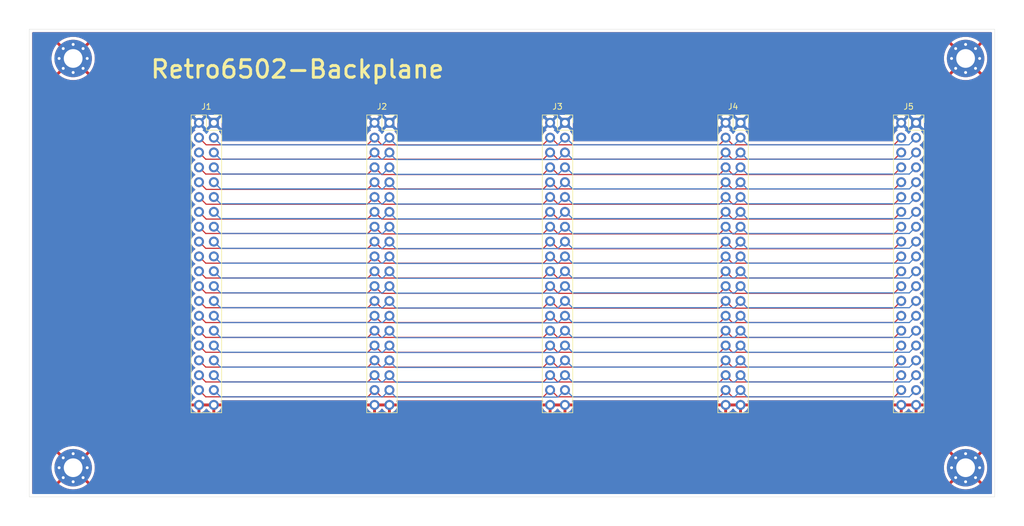
<source format=kicad_pcb>
(kicad_pcb (version 20241229) (generator "pcbnew") (generator_version "9.0")
  (layers (0 "F.Cu" signal) (2 "B.Cu" signal) (13 "F.Paste" user) (15 "B.Paste" user) (5 "F.SilkS" user "F.Silkscreen") (7 "B.SilkS" user "B.Silkscreen") (1 "F.Mask" user) (3 "B.Mask" user) (25 "Edge.Cuts" user))
  (net 0 "")
  (net 1 "/A10")
  (net 2 "/~{NMI}")
  (net 3 "/A0")
  (net 4 "/~{IOCS1}")
  (net 5 "/A7")
  (net 6 "/D5")
  (net 7 "/D6")
  (net 8 "/A8")
  (net 9 "/D1")
  (net 10 "/16MHz")
  (net 11 "/~{IOCS2}")
  (net 12 "/R{slash}~{W}")
  (net 13 "/A5")
  (net 14 "/~{IOCS4}")
  (net 15 "/~{IOCS6}")
  (net 16 "/A2")
  (net 17 "VCC")
  (net 18 "/A4")
  (net 19 "/D4")
  (net 20 "/~{IRQ}")
  (net 21 "/A14")
  (net 22 "/~{IOCS5}")
  (net 23 "/A13")
  (net 24 "/A12")
  (net 25 "/A9")
  (net 26 "/D2")
  (net 27 "/A6")
  (net 28 "/A3")
  (net 29 "/A15")
  (net 30 "/1MHz")
  (net 31 "GND")
  (net 32 "/A11")
  (net 33 "/~{IOCS3}")
  (net 34 "/D0")
  (net 35 "/~{RESET}")
  (net 36 "/D3")
  (net 37 "/A1")
  (net 38 "/D7")
  (footprint "Connector_PinSocket_2.54mm:PinSocket_2x20_P2.54mm_Vertical" (layer "F.Cu") (at 141.54 61)
    (property "Reference" "J2")
    (property "Value" "UART")
  )
  (footprint "MountingHole:MountingHole_3.2mm_M3_Pad_Via" (layer "F.Cu") (at 87.5 120)
    (property "Reference" "H2")
    (property "Value" "MountingHole_Pad")
  )
  (footprint "MountingHole:MountingHole_3.2mm_M3_Pad_Via" (layer "F.Cu") (at 87.5 50)
    (property "Reference" "H1")
    (property "Value" "MountingHole_Pad")
  )
  (footprint "Connector_PinSocket_2.54mm:PinSocket_2x20_P2.54mm_Vertical" (layer "F.Cu") (at 111.54 61)
    (property "Reference" "J1")
    (property "Value" "CPU")
  )
  (footprint "Connector_PinSocket_2.54mm:PinSocket_2x20_P2.54mm_Vertical" (layer "F.Cu") (at 201.54 61)
    (property "Reference" "J4")
    (property "Value" "Exp1")
  )
  (footprint "MountingHole:MountingHole_3.2mm_M3_Pad_Via" (layer "F.Cu") (at 240 120)
    (property "Reference" "H4")
    (property "Value" "MountingHole_Pad")
  )
  (footprint "Connector_PinSocket_2.54mm:PinSocket_2x20_P2.54mm_Vertical" (layer "F.Cu") (at 171.54 61)
    (property "Reference" "J3")
    (property "Value" "Video")
  )
  (footprint "MountingHole:MountingHole_3.2mm_M3_Pad_Via" (layer "F.Cu") (at 240 50)
    (property "Reference" "H3")
    (property "Value" "MountingHole_Pad")
  )
  (footprint "Connector_PinSocket_2.54mm:PinSocket_2x20_P2.54mm_Vertical" (layer "F.Cu") (at 231.54 61)
    (property "Reference" "J5")
    (property "Value" "Exp2")
  )
  (gr_rect (start 80 45) (end 245 125) (stroke (width 0.05)) (fill no) (layer "Edge.Cuts"))
  (gr_text "Retro6502-Backplane" (at 100.5 53.6 0) (layer "F.SilkS") (effects (font (size 3 3) (thickness 0.5) (bold yes)) (justify left bottom)))
  (segment (start 137.849 67.231) (end 139 66.08) (width 0.2) (layer "F.Cu") (net 1))
  (segment (start 200.146 67.231) (end 227.844 67.231) (width 0.2) (layer "F.Cu") (net 1))
  (segment (start 170.301 67.231) (end 197.999 67.231) (width 0.2) (layer "F.Cu") (net 1))
  (segment (start 167.849 67.231) (end 169 66.08) (width 0.2) (layer "F.Cu") (net 1))
  (segment (start 139 66.08) (end 140.151 67.231) (width 0.2) (layer "F.Cu") (net 1))
  (segment (start 169.15 66.08) (end 170.301 67.231) (width 0.2) (layer "F.Cu") (net 1))
  (segment (start 198.995 66.08) (end 200.146 67.231) (width 0.2) (layer "F.Cu") (net 1))
  (segment (start 110.151 67.231) (end 137.849 67.231) (width 0.2) (layer "F.Cu") (net 1))
  (segment (start 197.999 67.231) (end 199.15 66.08) (width 0.2) (layer "F.Cu") (net 1))
  (segment (start 227.844 67.231) (end 228.995 66.08) (width 0.2) (layer "F.Cu") (net 1))
  (segment (start 140.151 67.231) (end 167.849 67.231) (width 0.2) (layer "F.Cu") (net 1))
  (segment (start 109 66.08) (end 110.151 67.231) (width 0.2) (layer "F.Cu") (net 1))
  (segment (start 170.340818 95.217969) (end 171.491818 94.066969) (width 0.2) (layer "B.Cu") (net 2))
  (segment (start 112.691 95.171) (end 140.389 95.171) (width 0.2) (layer "B.Cu") (net 2))
  (segment (start 202.686 95.171) (end 230.384 95.171) (width 0.2) (layer "B.Cu") (net 2))
  (segment (start 171.69 94.02) (end 172.841 95.171) (width 0.2) (layer "B.Cu") (net 2))
  (segment (start 172.841 95.171) (end 200.539 95.171) (width 0.2) (layer "B.Cu") (net 2))
  (segment (start 201.535 94.02) (end 202.686 95.171) (width 0.2) (layer "B.Cu") (net 2))
  (segment (start 230.384 95.171) (end 231.535 94.02) (width 0.2) (layer "B.Cu") (net 2))
  (segment (start 200.539 95.171) (end 201.69 94.02) (width 0.2) (layer "B.Cu") (net 2))
  (segment (start 140.389 95.171) (end 141.54 94.02) (width 0.2) (layer "B.Cu") (net 2))
  (segment (start 111.54 94.02) (end 112.691 95.171) (width 0.2) (layer "B.Cu") (net 2))
  (segment (start 141.491818 94.066969) (end 142.642818 95.217969) (width 0.2) (layer "B.Cu") (net 2))
  (segment (start 142.642818 95.217969) (end 170.340818 95.217969) (width 0.2) (layer "B.Cu") (net 2))
  (segment (start 197.92 92.71) (end 199.15 91.48) (width 0.2) (layer "F.Cu") (net 3))
  (segment (start 198.995 91.48) (end 200.225 92.71) (width 0.2) (layer "F.Cu") (net 3))
  (segment (start 110.151 92.631) (end 137.849 92.631) (width 0.2) (layer "F.Cu") (net 3))
  (segment (start 169.15 91.48) (end 170.38 92.71) (width 0.2) (layer "F.Cu") (net 3))
  (segment (start 167.77 92.71) (end 169 91.48) (width 0.2) (layer "F.Cu") (net 3))
  (segment (start 139 91.48) (end 140.23 92.71) (width 0.2) (layer "F.Cu") (net 3))
  (segment (start 170.38 92.71) (end 197.92 92.71) (width 0.2) (layer "F.Cu") (net 3))
  (segment (start 109 91.48) (end 110.151 92.631) (width 0.2) (layer "F.Cu") (net 3))
  (segment (start 200.225 92.71) (end 227.765 92.71) (width 0.2) (layer "F.Cu") (net 3))
  (segment (start 137.849 92.631) (end 139 91.48) (width 0.2) (layer "F.Cu") (net 3))
  (segment (start 140.23 92.71) (end 167.77 92.71) (width 0.2) (layer "F.Cu") (net 3))
  (segment (start 227.765 92.71) (end 228.995 91.48) (width 0.2) (layer "F.Cu") (net 3))
  (segment (start 170.301 102.791) (end 197.999 102.791) (width 0.2) (layer "F.Cu") (net 4))
  (segment (start 137.849 102.791) (end 139 101.64) (width 0.2) (layer "F.Cu") (net 4))
  (segment (start 197.999 102.791) (end 199.15 101.64) (width 0.2) (layer "F.Cu") (net 4))
  (segment (start 167.849 102.791) (end 169 101.64) (width 0.2) (layer "F.Cu") (net 4))
  (segment (start 110.151 102.791) (end 137.849 102.791) (width 0.2) (layer "F.Cu") (net 4))
  (segment (start 139 101.64) (end 140.151 102.791) (width 0.2) (layer "F.Cu") (net 4))
  (segment (start 200.146 102.791) (end 227.844 102.791) (width 0.2) (layer "F.Cu") (net 4))
  (segment (start 140.151 102.791) (end 167.849 102.791) (width 0.2) (layer "F.Cu") (net 4))
  (segment (start 227.844 102.791) (end 228.995 101.64) (width 0.2) (layer "F.Cu") (net 4))
  (segment (start 109 101.64) (end 110.151 102.791) (width 0.2) (layer "F.Cu") (net 4))
  (segment (start 169.15 101.64) (end 170.301 102.791) (width 0.2) (layer "F.Cu") (net 4))
  (segment (start 198.995 101.64) (end 200.146 102.791) (width 0.2) (layer "F.Cu") (net 4))
  (segment (start 227.765 74.93) (end 228.995 73.7) (width 0.2) (layer "F.Cu") (net 5))
  (segment (start 170.38 74.93) (end 197.92 74.93) (width 0.2) (layer "F.Cu") (net 5))
  (segment (start 139 73.7) (end 140.23 74.93) (width 0.2) (layer "F.Cu") (net 5))
  (segment (start 137.77 74.93) (end 139 73.7) (width 0.2) (layer "F.Cu") (net 5))
  (segment (start 200.225 74.93) (end 227.765 74.93) (width 0.2) (layer "F.Cu") (net 5))
  (segment (start 197.92 74.93) (end 199.15 73.7) (width 0.2) (layer "F.Cu") (net 5))
  (segment (start 109 73.7) (end 110.23 74.93) (width 0.2) (layer "F.Cu") (net 5))
  (segment (start 140.23 74.93) (end 167.77 74.93) (width 0.2) (layer "F.Cu") (net 5))
  (segment (start 167.77 74.93) (end 169 73.7) (width 0.2) (layer "F.Cu") (net 5))
  (segment (start 169.15 73.7) (end 170.38 74.93) (width 0.2) (layer "F.Cu") (net 5))
  (segment (start 198.995 73.7) (end 200.225 74.93) (width 0.2) (layer "F.Cu") (net 5))
  (segment (start 110.23 74.93) (end 137.77 74.93) (width 0.2) (layer "F.Cu") (net 5))
  (segment (start 141.491818 78.826969) (end 142.642818 79.977969) (width 0.2) (layer "B.Cu") (net 6))
  (segment (start 202.686 79.931) (end 230.384 79.931) (width 0.2) (layer "B.Cu") (net 6))
  (segment (start 200.539 79.931) (end 201.69 78.78) (width 0.2) (layer "B.Cu") (net 6))
  (segment (start 171.69 78.78) (end 172.841 79.931) (width 0.2) (layer "B.Cu") (net 6))
  (segment (start 142.642818 79.977969) (end 170.340818 79.977969) (width 0.2) (layer "B.Cu") (net 6))
  (segment (start 201.535 78.78) (end 202.686 79.931) (width 0.2) (layer "B.Cu") (net 6))
  (segment (start 112.691 79.931) (end 140.389 79.931) (width 0.2) (layer "B.Cu") (net 6))
  (segment (start 111.54 78.78) (end 112.691 79.931) (width 0.2) (layer "B.Cu") (net 6))
  (segment (start 170.340818 79.977969) (end 171.491818 78.826969) (width 0.2) (layer "B.Cu") (net 6))
  (segment (start 140.389 79.931) (end 141.54 78.78) (width 0.2) (layer "B.Cu") (net 6))
  (segment (start 172.841 79.931) (end 200.539 79.931) (width 0.2) (layer "B.Cu") (net 6))
  (segment (start 230.384 79.931) (end 231.535 78.78) (width 0.2) (layer "B.Cu") (net 6))
  (segment (start 230.384 77.391) (end 231.535 76.24) (width 0.2) (layer "B.Cu") (net 7))
  (segment (start 140.389 77.391) (end 141.54 76.24) (width 0.2) (layer "B.Cu") (net 7))
  (segment (start 170.340818 77.437969) (end 171.491818 76.286969) (width 0.2) (layer "B.Cu") (net 7))
  (segment (start 200.539 77.391) (end 201.69 76.24) (width 0.2) (layer "B.Cu") (net 7))
  (segment (start 112.691 77.391) (end 140.389 77.391) (width 0.2) (layer "B.Cu") (net 7))
  (segment (start 201.535 76.24) (end 202.686 77.391) (width 0.2) (layer "B.Cu") (net 7))
  (segment (start 172.841 77.391) (end 200.539 77.391) (width 0.2) (layer "B.Cu") (net 7))
  (segment (start 202.686 77.391) (end 230.384 77.391) (width 0.2) (layer "B.Cu") (net 7))
  (segment (start 171.69 76.24) (end 172.841 77.391) (width 0.2) (layer "B.Cu") (net 7))
  (segment (start 111.54 76.24) (end 112.691 77.391) (width 0.2) (layer "B.Cu") (net 7))
  (segment (start 141.491818 76.286969) (end 142.642818 77.437969) (width 0.2) (layer "B.Cu") (net 7))
  (segment (start 142.642818 77.437969) (end 170.340818 77.437969) (width 0.2) (layer "B.Cu") (net 7))
  (segment (start 170.301 72.311) (end 197.999 72.311) (width 0.2) (layer "F.Cu") (net 8))
  (segment (start 227.844 72.311) (end 228.995 71.16) (width 0.2) (layer "F.Cu") (net 8))
  (segment (start 198.995 71.16) (end 200.146 72.311) (width 0.2) (layer "F.Cu") (net 8))
  (segment (start 110.23 72.39) (end 137.77 72.39) (width 0.2) (layer "F.Cu") (net 8))
  (segment (start 109 71.16) (end 110.23 72.39) (width 0.2) (layer "F.Cu") (net 8))
  (segment (start 167.849 72.311) (end 169 71.16) (width 0.2) (layer "F.Cu") (net 8))
  (segment (start 200.146 72.311) (end 227.844 72.311) (width 0.2) (layer "F.Cu") (net 8))
  (segment (start 137.77 72.39) (end 139 71.16) (width 0.2) (layer "F.Cu") (net 8))
  (segment (start 169.15 71.16) (end 170.301 72.311) (width 0.2) (layer "F.Cu") (net 8))
  (segment (start 140.151 72.311) (end 167.849 72.311) (width 0.2) (layer "F.Cu") (net 8))
  (segment (start 197.999 72.311) (end 199.15 71.16) (width 0.2) (layer "F.Cu") (net 8))
  (segment (start 139 71.16) (end 140.151 72.311) (width 0.2) (layer "F.Cu") (net 8))
  (segment (start 142.642818 90.137969) (end 170.340818 90.137969) (width 0.2) (layer "B.Cu") (net 9))
  (segment (start 170.340818 90.137969) (end 171.491818 88.986969) (width 0.2) (layer "B.Cu") (net 9))
  (segment (start 171.69 88.94) (end 172.841 90.091) (width 0.2) (layer "B.Cu") (net 9))
  (segment (start 230.384 90.091) (end 231.535 88.94) (width 0.2) (layer "B.Cu") (net 9))
  (segment (start 140.389 90.091) (end 141.54 88.94) (width 0.2) (layer "B.Cu") (net 9))
  (segment (start 112.691 90.091) (end 140.389 90.091) (width 0.2) (layer "B.Cu") (net 9))
  (segment (start 172.841 90.091) (end 200.539 90.091) (width 0.2) (layer "B.Cu") (net 9))
  (segment (start 202.686 90.091) (end 230.384 90.091) (width 0.2) (layer "B.Cu") (net 9))
  (segment (start 201.535 88.94) (end 202.686 90.091) (width 0.2) (layer "B.Cu") (net 9))
  (segment (start 141.491818 88.986969) (end 142.642818 90.137969) (width 0.2) (layer "B.Cu") (net 9))
  (segment (start 111.54 88.94) (end 112.691 90.091) (width 0.2) (layer "B.Cu") (net 9))
  (segment (start 200.539 90.091) (end 201.69 88.94) (width 0.2) (layer "B.Cu") (net 9))
  (segment (start 140.151 100.251) (end 167.849 100.251) (width 0.2) (layer "F.Cu") (net 10))
  (segment (start 198.995 99.1) (end 200.146 100.251) (width 0.2) (layer "F.Cu") (net 10))
  (segment (start 170.301 100.251) (end 197.999 100.251) (width 0.2) (layer "F.Cu") (net 10))
  (segment (start 167.849 100.251) (end 169 99.1) (width 0.2) (layer "F.Cu") (net 10))
  (segment (start 200.146 100.251) (end 227.844 100.251) (width 0.2) (layer "F.Cu") (net 10))
  (segment (start 109 99.1) (end 110.151 100.251) (width 0.2) (layer "F.Cu") (net 10))
  (segment (start 137.849 100.251) (end 139 99.1) (width 0.2) (layer "F.Cu") (net 10))
  (segment (start 227.844 100.251) (end 228.995 99.1) (width 0.2) (layer "F.Cu") (net 10))
  (segment (start 197.999 100.251) (end 199.15 99.1) (width 0.2) (layer "F.Cu") (net 10))
  (segment (start 139 99.1) (end 140.151 100.251) (width 0.2) (layer "F.Cu") (net 10))
  (segment (start 169.15 99.1) (end 170.301 100.251) (width 0.2) (layer "F.Cu") (net 10))
  (segment (start 110.151 100.251) (end 137.849 100.251) (width 0.2) (layer "F.Cu") (net 10))
  (segment (start 170.340818 102.837969) (end 171.491818 101.686969) (width 0.2) (layer "B.Cu") (net 11))
  (segment (start 141.491818 101.686969) (end 142.642818 102.837969) (width 0.2) (layer "B.Cu") (net 11))
  (segment (start 111.54 101.64) (end 112.691 102.791) (width 0.2) (layer "B.Cu") (net 11))
  (segment (start 171.69 101.64) (end 172.841 102.791) (width 0.2) (layer "B.Cu") (net 11))
  (segment (start 112.691 102.791) (end 140.389 102.791) (width 0.2) (layer "B.Cu") (net 11))
  (segment (start 140.389 102.791) (end 141.54 101.64) (width 0.2) (layer "B.Cu") (net 11))
  (segment (start 201.535 101.64) (end 202.686 102.791) (width 0.2) (layer "B.Cu") (net 11))
  (segment (start 142.642818 102.837969) (end 170.340818 102.837969) (width 0.2) (layer "B.Cu") (net 11))
  (segment (start 172.841 102.791) (end 200.539 102.791) (width 0.2) (layer "B.Cu") (net 11))
  (segment (start 202.686 102.791) (end 230.384 102.791) (width 0.2) (layer "B.Cu") (net 11))
  (segment (start 230.384 102.791) (end 231.535 101.64) (width 0.2) (layer "B.Cu") (net 11))
  (segment (start 200.539 102.791) (end 201.69 101.64) (width 0.2) (layer "B.Cu") (net 11))
  (segment (start 197.999 95.171) (end 199.15 94.02) (width 0.2) (layer "F.Cu") (net 12))
  (segment (start 167.849 95.171) (end 169 94.02) (width 0.2) (layer "F.Cu") (net 12))
  (segment (start 137.849 95.171) (end 139 94.02) (width 0.2) (layer "F.Cu") (net 12))
  (segment (start 169.15 94.02) (end 170.301 95.171) (width 0.2) (layer "F.Cu") (net 12))
  (segment (start 109 94.02) (end 110.151 95.171) (width 0.2) (layer "F.Cu") (net 12))
  (segment (start 200.146 95.171) (end 227.844 95.171) (width 0.2) (layer "F.Cu") (net 12))
  (segment (start 139 94.02) (end 140.151 95.171) (width 0.2) (layer "F.Cu") (net 12))
  (segment (start 198.995 94.02) (end 200.146 95.171) (width 0.2) (layer "F.Cu") (net 12))
  (segment (start 140.151 95.171) (end 167.849 95.171) (width 0.2) (layer "F.Cu") (net 12))
  (segment (start 227.844 95.171) (end 228.995 94.02) (width 0.2) (layer "F.Cu") (net 12))
  (segment (start 170.301 95.171) (end 197.999 95.171) (width 0.2) (layer "F.Cu") (net 12))
  (segment (start 110.151 95.171) (end 137.849 95.171) (width 0.2) (layer "F.Cu") (net 12))
  (segment (start 110.151 79.931) (end 137.849 79.931) (width 0.2) (layer "F.Cu") (net 13))
  (segment (start 137.849 79.931) (end 139 78.78) (width 0.2) (layer "F.Cu") (net 13))
  (segment (start 139 78.78) (end 140.23 80.01) (width 0.2) (layer "F.Cu") (net 13))
  (segment (start 197.92 80.01) (end 199.15 78.78) (width 0.2) (layer "F.Cu") (net 13))
  (segment (start 167.77 80.01) (end 169 78.78) (width 0.2) (layer "F.Cu") (net 13))
  (segment (start 227.765 80.01) (end 228.995 78.78) (width 0.2) (layer "F.Cu") (net 13))
  (segment (start 198.995 78.78) (end 200.225 80.01) (width 0.2) (layer "F.Cu") (net 13))
  (segment (start 170.38 80.01) (end 197.92 80.01) (width 0.2) (layer "F.Cu") (net 13))
  (segment (start 200.225 80.01) (end 227.765 80.01) (width 0.2) (layer "F.Cu") (net 13))
  (segment (start 109 78.78) (end 110.151 79.931) (width 0.2) (layer "F.Cu") (net 13))
  (segment (start 169.15 78.78) (end 170.38 80.01) (width 0.2) (layer "F.Cu") (net 13))
  (segment (start 140.23 80.01) (end 167.77 80.01) (width 0.2) (layer "F.Cu") (net 13))
  (segment (start 230.384 105.331) (end 231.535 104.18) (width 0.2) (layer "B.Cu") (net 14))
  (segment (start 142.642818 105.377969) (end 170.340818 105.377969) (width 0.2) (layer "B.Cu") (net 14))
  (segment (start 202.686 105.331) (end 230.384 105.331) (width 0.2) (layer "B.Cu") (net 14))
  (segment (start 170.340818 105.377969) (end 171.491818 104.226969) (width 0.2) (layer "B.Cu") (net 14))
  (segment (start 112.691 105.331) (end 140.389 105.331) (width 0.2) (layer "B.Cu") (net 14))
  (segment (start 141.491818 104.226969) (end 142.642818 105.377969) (width 0.2) (layer "B.Cu") (net 14))
  (segment (start 201.535 104.18) (end 202.686 105.331) (width 0.2) (layer "B.Cu") (net 14))
  (segment (start 200.539 105.331) (end 201.69 104.18) (width 0.2) (layer "B.Cu") (net 14))
  (segment (start 111.54 104.18) (end 112.691 105.331) (width 0.2) (layer "B.Cu") (net 14))
  (segment (start 140.389 105.331) (end 141.54 104.18) (width 0.2) (layer "B.Cu") (net 14))
  (segment (start 172.841 105.331) (end 200.539 105.331) (width 0.2) (layer "B.Cu") (net 14))
  (segment (start 171.69 104.18) (end 172.841 105.331) (width 0.2) (layer "B.Cu") (net 14))
  (segment (start 202.686 107.871) (end 230.384 107.871) (width 0.2) (layer "B.Cu") (net 15))
  (segment (start 140.389 107.871) (end 141.54 106.72) (width 0.2) (layer "B.Cu") (net 15))
  (segment (start 111.54 106.72) (end 112.691 107.871) (width 0.2) (layer "B.Cu") (net 15))
  (segment (start 142.642818 107.917969) (end 170.340818 107.917969) (width 0.2) (layer "B.Cu") (net 15))
  (segment (start 171.69 106.72) (end 172.841 107.871) (width 0.2) (layer "B.Cu") (net 15))
  (segment (start 170.340818 107.917969) (end 171.491818 106.766969) (width 0.2) (layer "B.Cu") (net 15))
  (segment (start 141.491818 106.766969) (end 142.642818 107.917969) (width 0.2) (layer "B.Cu") (net 15))
  (segment (start 112.691 107.871) (end 140.389 107.871) (width 0.2) (layer "B.Cu") (net 15))
  (segment (start 201.535 106.72) (end 202.686 107.871) (width 0.2) (layer "B.Cu") (net 15))
  (segment (start 230.384 107.871) (end 231.535 106.72) (width 0.2) (layer "B.Cu") (net 15))
  (segment (start 200.539 107.871) (end 201.69 106.72) (width 0.2) (layer "B.Cu") (net 15))
  (segment (start 172.841 107.871) (end 200.539 107.871) (width 0.2) (layer "B.Cu") (net 15))
  (segment (start 137.849 87.551) (end 139 86.4) (width 0.2) (layer "F.Cu") (net 16))
  (segment (start 110.151 87.551) (end 137.849 87.551) (width 0.2) (layer "F.Cu") (net 16))
  (segment (start 167.849 87.551) (end 169 86.4) (width 0.2) (layer "F.Cu") (net 16))
  (segment (start 198.995 86.4) (end 200.146 87.551) (width 0.2) (layer "F.Cu") (net 16))
  (segment (start 109 86.4) (end 110.151 87.551) (width 0.2) (layer "F.Cu") (net 16))
  (segment (start 227.844 87.551) (end 228.995 86.4) (width 0.2) (layer "F.Cu") (net 16))
  (segment (start 139 86.4) (end 140.151 87.551) (width 0.2) (layer "F.Cu") (net 16))
  (segment (start 170.301 87.551) (end 197.999 87.551) (width 0.2) (layer "F.Cu") (net 16))
  (segment (start 140.151 87.551) (end 167.849 87.551) (width 0.2) (layer "F.Cu") (net 16))
  (segment (start 197.999 87.551) (end 199.15 86.4) (width 0.2) (layer "F.Cu") (net 16))
  (segment (start 169.15 86.4) (end 170.301 87.551) (width 0.2) (layer "F.Cu") (net 16))
  (segment (start 200.146 87.551) (end 227.844 87.551) (width 0.2) (layer "F.Cu") (net 16))
  (segment (start 109 81.32) (end 110.151 82.471) (width 0.2) (layer "F.Cu") (net 18))
  (segment (start 170.38 82.55) (end 197.92 82.55) (width 0.2) (layer "F.Cu") (net 18))
  (segment (start 169.15 81.32) (end 170.38 82.55) (width 0.2) (layer "F.Cu") (net 18))
  (segment (start 139 81.32) (end 140.23 82.55) (width 0.2) (layer "F.Cu") (net 18))
  (segment (start 200.225 82.55) (end 227.765 82.55) (width 0.2) (layer "F.Cu") (net 18))
  (segment (start 198.995 81.32) (end 200.225 82.55) (width 0.2) (layer "F.Cu") (net 18))
  (segment (start 137.849 82.471) (end 139 81.32) (width 0.2) (layer "F.Cu") (net 18))
  (segment (start 140.23 82.55) (end 167.77 82.55) (width 0.2) (layer "F.Cu") (net 18))
  (segment (start 110.151 82.471) (end 137.849 82.471) (width 0.2) (layer "F.Cu") (net 18))
  (segment (start 197.92 82.55) (end 199.15 81.32) (width 0.2) (layer "F.Cu") (net 18))
  (segment (start 227.765 82.55) (end 228.995 81.32) (width 0.2) (layer "F.Cu") (net 18))
  (segment (start 167.77 82.55) (end 169 81.32) (width 0.2) (layer "F.Cu") (net 18))
  (segment (start 230.384 82.471) (end 231.535 81.32) (width 0.2) (layer "B.Cu") (net 19))
  (segment (start 170.340818 82.517969) (end 171.491818 81.366969) (width 0.2) (layer "B.Cu") (net 19))
  (segment (start 202.686 82.471) (end 230.384 82.471) (width 0.2) (layer "B.Cu") (net 19))
  (segment (start 200.539 82.471) (end 201.69 81.32) (width 0.2) (layer "B.Cu") (net 19))
  (segment (start 142.642818 82.517969) (end 170.340818 82.517969) (width 0.2) (layer "B.Cu") (net 19))
  (segment (start 111.54 81.32) (end 112.691 82.471) (width 0.2) (layer "B.Cu") (net 19))
  (segment (start 171.69 81.32) (end 172.841 82.471) (width 0.2) (layer "B.Cu") (net 19))
  (segment (start 172.841 82.471) (end 200.539 82.471) (width 0.2) (layer "B.Cu") (net 19))
  (segment (start 140.389 82.471) (end 141.54 81.32) (width 0.2) (layer "B.Cu") (net 19))
  (segment (start 141.491818 81.366969) (end 142.642818 82.517969) (width 0.2) (layer "B.Cu") (net 19))
  (segment (start 112.691 82.471) (end 140.389 82.471) (width 0.2) (layer "B.Cu") (net 19))
  (segment (start 201.535 81.32) (end 202.686 82.471) (width 0.2) (layer "B.Cu") (net 19))
  (segment (start 137.849 97.711) (end 139 96.56) (width 0.2) (layer "F.Cu") (net 20))
  (segment (start 227.844 97.711) (end 228.995 96.56) (width 0.2) (layer "F.Cu") (net 20))
  (segment (start 170.301 97.711) (end 197.999 97.711) (width 0.2) (layer "F.Cu") (net 20))
  (segment (start 197.999 97.711) (end 199.15 96.56) (width 0.2) (layer "F.Cu") (net 20))
  (segment (start 140.151 97.711) (end 167.849 97.711) (width 0.2) (layer "F.Cu") (net 20))
  (segment (start 139 96.56) (end 140.151 97.711) (width 0.2) (layer "F.Cu") (net 20))
  (segment (start 110.151 97.711) (end 137.849 97.711) (width 0.2) (layer "F.Cu") (net 20))
  (segment (start 200.146 97.711) (end 227.844 97.711) (width 0.2) (layer "F.Cu") (net 20))
  (segment (start 109 96.56) (end 110.151 97.711) (width 0.2) (layer "F.Cu") (net 20))
  (segment (start 167.849 97.711) (end 169 96.56) (width 0.2) (layer "F.Cu") (net 20))
  (segment (start 198.995 96.56) (end 200.146 97.711) (width 0.2) (layer "F.Cu") (net 20))
  (segment (start 169.15 96.56) (end 170.301 97.711) (width 0.2) (layer "F.Cu") (net 20))
  (segment (start 170.340818 69.817969) (end 171.491818 68.666969) (width 0.2) (layer "B.Cu") (net 21))
  (segment (start 172.841 69.771) (end 200.539 69.771) (width 0.2) (layer "B.Cu") (net 21))
  (segment (start 171.69 68.62) (end 172.841 69.771) (width 0.2) (layer "B.Cu") (net 21))
  (segment (start 111.54 68.62) (end 112.691 69.771) (width 0.2) (layer "B.Cu") (net 21))
  (segment (start 202.686 69.771) (end 230.384 69.771) (width 0.2) (layer "B.Cu") (net 21))
  (segment (start 142.642818 69.817969) (end 170.340818 69.817969) (width 0.2) (layer "B.Cu") (net 21))
  (segment (start 112.691 69.771) (end 140.389 69.771) (width 0.2) (layer "B.Cu") (net 21))
  (segment (start 200.539 69.771) (end 201.69 68.62) (width 0.2) (layer "B.Cu") (net 21))
  (segment (start 140.389 69.771) (end 141.54 68.62) (width 0.2) (layer "B.Cu") (net 21))
  (segment (start 201.535 68.62) (end 202.686 69.771) (width 0.2) (layer "B.Cu") (net 21))
  (segment (start 141.491818 68.666969) (end 142.642818 69.817969) (width 0.2) (layer "B.Cu") (net 21))
  (segment (start 230.384 69.771) (end 231.535 68.62) (width 0.2) (layer "B.Cu") (net 21))
  (segment (start 197.999 107.871) (end 199.15 106.72) (width 0.2) (layer "F.Cu") (net 22))
  (segment (start 170.301 107.871) (end 197.999 107.871) (width 0.2) (layer "F.Cu") (net 22))
  (segment (start 198.995 106.72) (end 200.146 107.871) (width 0.2) (layer "F.Cu") (net 22))
  (segment (start 109 106.72) (end 110.151 107.871) (width 0.2) (layer "F.Cu") (net 22))
  (segment (start 227.844 107.871) (end 228.995 106.72) (width 0.2) (layer "F.Cu") (net 22))
  (segment (start 139 106.72) (end 140.151 107.871) (width 0.2) (layer "F.Cu") (net 22))
  (segment (start 167.849 107.871) (end 169 106.72) (width 0.2) (layer "F.Cu") (net 22))
  (segment (start 169.15 106.72) (end 170.301 107.871) (width 0.2) (layer "F.Cu") (net 22))
  (segment (start 200.146 107.871) (end 227.844 107.871) (width 0.2) (layer "F.Cu") (net 22))
  (segment (start 110.151 107.871) (end 137.849 107.871) (width 0.2) (layer "F.Cu") (net 22))
  (segment (start 137.849 107.871) (end 139 106.72) (width 0.2) (layer "F.Cu") (net 22))
  (segment (start 140.151 107.871) (end 167.849 107.871) (width 0.2) (layer "F.Cu") (net 22))
  (segment (start 111.54 66.08) (end 112.691 67.231) (width 0.2) (layer "B.Cu") (net 23))
  (segment (start 200.539 67.231) (end 201.69 66.08) (width 0.2) (layer "B.Cu") (net 23))
  (segment (start 171.69 66.08) (end 172.841 67.231) (width 0.2) (layer "B.Cu") (net 23))
  (segment (start 141.491818 66.126969) (end 142.642818 67.277969) (width 0.2) (layer "B.Cu") (net 23))
  (segment (start 201.535 66.08) (end 202.686 67.231) (width 0.2) (layer "B.Cu") (net 23))
  (segment (start 142.642818 67.277969) (end 170.340818 67.277969) (width 0.2) (layer "B.Cu") (net 23))
  (segment (start 140.389 67.231) (end 141.54 66.08) (width 0.2) (layer "B.Cu") (net 23))
  (segment (start 202.686 67.231) (end 230.384 67.231) (width 0.2) (layer "B.Cu") (net 23))
  (segment (start 112.691 67.231) (end 140.389 67.231) (width 0.2) (layer "B.Cu") (net 23))
  (segment (start 230.384 67.231) (end 231.535 66.08) (width 0.2) (layer "B.Cu") (net 23))
  (segment (start 172.841 67.231) (end 200.539 67.231) (width 0.2) (layer "B.Cu") (net 23))
  (segment (start 170.340818 67.277969) (end 171.491818 66.126969) (width 0.2) (layer "B.Cu") (net 23))
  (segment (start 202.765 64.77) (end 230.305 64.77) (width 0.2) (layer "B.Cu") (net 24))
  (segment (start 112.77 64.77) (end 140.31 64.77) (width 0.2) (layer "B.Cu") (net 24))
  (segment (start 170.261818 64.816969) (end 171.491818 63.586969) (width 0.2) (layer "B.Cu") (net 24))
  (segment (start 201.535 63.54) (end 202.765 64.77) (width 0.2) (layer "B.Cu") (net 24))
  (segment (start 200.46 64.77) (end 201.69 63.54) (width 0.2) (layer "B.Cu") (net 24))
  (segment (start 230.305 64.77) (end 231.535 63.54) (width 0.2) (layer "B.Cu") (net 24))
  (segment (start 142.721818 64.816969) (end 170.261818 64.816969) (width 0.2) (layer "B.Cu") (net 24))
  (segment (start 111.54 63.54) (end 112.77 64.77) (width 0.2) (layer "B.Cu") (net 24))
  (segment (start 141.491818 63.586969) (end 142.721818 64.816969) (width 0.2) (layer "B.Cu") (net 24))
  (segment (start 171.69 63.54) (end 172.92 64.77) (width 0.2) (layer "B.Cu") (net 24))
  (segment (start 172.92 64.77) (end 200.46 64.77) (width 0.2) (layer "B.Cu") (net 24))
  (segment (start 140.31 64.77) (end 141.54 63.54) (width 0.2) (layer "B.Cu") (net 24))
  (segment (start 200.225 69.85) (end 227.765 69.85) (width 0.2) (layer "F.Cu") (net 25))
  (segment (start 170.38 69.85) (end 197.92 69.85) (width 0.2) (layer "F.Cu") (net 25))
  (segment (start 110.151 69.771) (end 137.849 69.771) (width 0.2) (layer "F.Cu") (net 25))
  (segment (start 169.15 68.62) (end 170.38 69.85) (width 0.2) (layer "F.Cu") (net 25))
  (segment (start 198.995 68.62) (end 200.225 69.85) (width 0.2) (layer "F.Cu") (net 25))
  (segment (start 197.92 69.85) (end 199.15 68.62) (width 0.2) (layer "F.Cu") (net 25))
  (segment (start 139 68.62) (end 140.23 69.85) (width 0.2) (layer "F.Cu") (net 25))
  (segment (start 140.23 69.85) (end 167.77 69.85) (width 0.2) (layer "F.Cu") (net 25))
  (segment (start 167.77 69.85) (end 169 68.62) (width 0.2) (layer "F.Cu") (net 25))
  (segment (start 227.765 69.85) (end 228.995 68.62) (width 0.2) (layer "F.Cu") (net 25))
  (segment (start 137.849 69.771) (end 139 68.62) (width 0.2) (layer "F.Cu") (net 25))
  (segment (start 109 68.62) (end 110.151 69.771) (width 0.2) (layer "F.Cu") (net 25))
  (segment (start 172.841 87.551) (end 200.539 87.551) (width 0.2) (layer "B.Cu") (net 26))
  (segment (start 201.535 86.4) (end 202.686 87.551) (width 0.2) (layer "B.Cu") (net 26))
  (segment (start 230.384 87.551) (end 231.535 86.4) (width 0.2) (layer "B.Cu") (net 26))
  (segment (start 111.54 86.4) (end 112.691 87.551) (width 0.2) (layer "B.Cu") (net 26))
  (segment (start 171.69 86.4) (end 172.841 87.551) (width 0.2) (layer "B.Cu") (net 26))
  (segment (start 142.642818 87.597969) (end 170.340818 87.597969) (width 0.2) (layer "B.Cu") (net 26))
  (segment (start 112.691 87.551) (end 140.389 87.551) (width 0.2) (layer "B.Cu") (net 26))
  (segment (start 200.539 87.551) (end 201.69 86.4) (width 0.2) (layer "B.Cu") (net 26))
  (segment (start 170.340818 87.597969) (end 171.491818 86.446969) (width 0.2) (layer "B.Cu") (net 26))
  (segment (start 202.686 87.551) (end 230.384 87.551) (width 0.2) (layer "B.Cu") (net 26))
  (segment (start 140.389 87.551) (end 141.54 86.4) (width 0.2) (layer "B.Cu") (net 26))
  (segment (start 141.491818 86.446969) (end 142.642818 87.597969) (width 0.2) (layer "B.Cu") (net 26))
  (segment (start 110.23 77.47) (end 137.77 77.47) (width 0.2) (layer "F.Cu") (net 27))
  (segment (start 170.38 77.47) (end 197.92 77.47) (width 0.2) (layer "F.Cu") (net 27))
  (segment (start 169.15 76.24) (end 170.38 77.47) (width 0.2) (layer "F.Cu") (net 27))
  (segment (start 167.77 77.47) (end 169 76.24) (width 0.2) (layer "F.Cu") (net 27))
  (segment (start 139 76.24) (end 140.23 77.47) (width 0.2) (layer "F.Cu") (net 27))
  (segment (start 109 76.24) (end 110.23 77.47) (width 0.2) (layer "F.Cu") (net 27))
  (segment (start 227.765 77.47) (end 228.995 76.24) (width 0.2) (layer "F.Cu") (net 27))
  (segment (start 197.92 77.47) (end 199.15 76.24) (width 0.2) (layer "F.Cu") (net 27))
  (segment (start 198.995 76.24) (end 200.225 77.47) (width 0.2) (layer "F.Cu") (net 27))
  (segment (start 140.23 77.47) (end 167.77 77.47) (width 0.2) (layer "F.Cu") (net 27))
  (segment (start 200.225 77.47) (end 227.765 77.47) (width 0.2) (layer "F.Cu") (net 27))
  (segment (start 137.77 77.47) (end 139 76.24) (width 0.2) (layer "F.Cu") (net 27))
  (segment (start 110.151 85.011) (end 137.849 85.011) (width 0.2) (layer "F.Cu") (net 28))
  (segment (start 167.849 85.011) (end 169 83.86) (width 0.2) (layer "F.Cu") (net 28))
  (segment (start 198.995 83.86) (end 200.146 85.011) (width 0.2) (layer "F.Cu") (net 28))
  (segment (start 170.301 85.011) (end 197.999 85.011) (width 0.2) (layer "F.Cu") (net 28))
  (segment (start 227.844 85.011) (end 228.995 83.86) (width 0.2) (layer "F.Cu") (net 28))
  (segment (start 200.146 85.011) (end 227.844 85.011) (width 0.2) (layer "F.Cu") (net 28))
  (segment (start 169.15 83.86) (end 170.301 85.011) (width 0.2) (layer "F.Cu") (net 28))
  (segment (start 139 83.86) (end 140.151 85.011) (width 0.2) (layer "F.Cu") (net 28))
  (segment (start 140.151 85.011) (end 167.849 85.011) (width 0.2) (layer "F.Cu") (net 28))
  (segment (start 137.849 85.011) (end 139 83.86) (width 0.2) (layer "F.Cu") (net 28))
  (segment (start 109 83.86) (end 110.151 85.011) (width 0.2) (layer "F.Cu") (net 28))
  (segment (start 197.999 85.011) (end 199.15 83.86) (width 0.2) (layer "F.Cu") (net 28))
  (segment (start 140.389 72.311) (end 141.54 71.16) (width 0.2) (layer "B.Cu") (net 29))
  (segment (start 172.841 72.311) (end 200.539 72.311) (width 0.2) (layer "B.Cu") (net 29))
  (segment (start 201.535 71.16) (end 202.686 72.311) (width 0.2) (layer "B.Cu") (net 29))
  (segment (start 142.642818 72.357969) (end 170.340818 72.357969) (width 0.2) (layer "B.Cu") (net 29))
  (segment (start 202.686 72.311) (end 230.384 72.311) (width 0.2) (layer "B.Cu") (net 29))
  (segment (start 170.340818 72.357969) (end 171.491818 71.206969) (width 0.2) (layer "B.Cu") (net 29))
  (segment (start 112.691 72.311) (end 140.389 72.311) (width 0.2) (layer "B.Cu") (net 29))
  (segment (start 171.69 71.16) (end 172.841 72.311) (width 0.2) (layer "B.Cu") (net 29))
  (segment (start 141.491818 71.206969) (end 142.642818 72.357969) (width 0.2) (layer "B.Cu") (net 29))
  (segment (start 230.384 72.311) (end 231.535 71.16) (width 0.2) (layer "B.Cu") (net 29))
  (segment (start 111.54 71.16) (end 112.691 72.311) (width 0.2) (layer "B.Cu") (net 29))
  (segment (start 200.539 72.311) (end 201.69 71.16) (width 0.2) (layer "B.Cu") (net 29))
  (segment (start 172.841 97.711) (end 200.539 97.711) (width 0.2) (layer "B.Cu") (net 30))
  (segment (start 171.69 96.56) (end 172.841 97.711) (width 0.2) (layer "B.Cu") (net 30))
  (segment (start 230.384 97.711) (end 231.535 96.56) (width 0.2) (layer "B.Cu") (net 30))
  (segment (start 170.340818 97.757969) (end 171.491818 96.606969) (width 0.2) (layer "B.Cu") (net 30))
  (segment (start 112.691 97.711) (end 140.389 97.711) (width 0.2) (layer "B.Cu") (net 30))
  (segment (start 111.54 96.56) (end 112.691 97.711) (width 0.2) (layer "B.Cu") (net 30))
  (segment (start 201.535 96.56) (end 202.686 97.711) (width 0.2) (layer "B.Cu") (net 30))
  (segment (start 202.686 97.711) (end 230.384 97.711) (width 0.2) (layer "B.Cu") (net 30))
  (segment (start 142.642818 97.757969) (end 170.340818 97.757969) (width 0.2) (layer "B.Cu") (net 30))
  (segment (start 141.491818 96.606969) (end 142.642818 97.757969) (width 0.2) (layer "B.Cu") (net 30))
  (segment (start 200.539 97.711) (end 201.69 96.56) (width 0.2) (layer "B.Cu") (net 30))
  (segment (start 140.389 97.711) (end 141.54 96.56) (width 0.2) (layer "B.Cu") (net 30))
  (segment (start 200.225 64.77) (end 227.765 64.77) (width 0.2) (layer "F.Cu") (net 32))
  (segment (start 198.995 63.54) (end 200.225 64.77) (width 0.2) (layer "F.Cu") (net 32))
  (segment (start 167.77 64.77) (end 169 63.54) (width 0.2) (layer "F.Cu") (net 32))
  (segment (start 197.92 64.77) (end 199.15 63.54) (width 0.2) (layer "F.Cu") (net 32))
  (segment (start 227.765 64.77) (end 228.995 63.54) (width 0.2) (layer "F.Cu") (net 32))
  (segment (start 169.15 63.54) (end 170.38 64.77) (width 0.2) (layer "F.Cu") (net 32))
  (segment (start 139 63.54) (end 140.23 64.77) (width 0.2) (layer "F.Cu") (net 32))
  (segment (start 170.38 64.77) (end 197.92 64.77) (width 0.2) (layer "F.Cu") (net 32))
  (segment (start 110.23 64.77) (end 137.77 64.77) (width 0.2) (layer "F.Cu") (net 32))
  (segment (start 109 63.54) (end 110.23 64.77) (width 0.2) (layer "F.Cu") (net 32))
  (segment (start 140.23 64.77) (end 167.77 64.77) (width 0.2) (layer "F.Cu") (net 32))
  (segment (start 137.77 64.77) (end 139 63.54) (width 0.2) (layer "F.Cu") (net 32))
  (segment (start 169.15 104.18) (end 170.301 105.331) (width 0.2) (layer "F.Cu") (net 33))
  (segment (start 167.849 105.331) (end 169 104.18) (width 0.2) (layer "F.Cu") (net 33))
  (segment (start 170.301 105.331) (end 197.999 105.331) (width 0.2) (layer "F.Cu") (net 33))
  (segment (start 140.151 105.331) (end 167.849 105.331) (width 0.2) (layer "F.Cu") (net 33))
  (segment (start 198.995 104.18) (end 200.146 105.331) (width 0.2) (layer "F.Cu") (net 33))
  (segment (start 227.844 105.331) (end 228.995 104.18) (width 0.2) (layer "F.Cu") (net 33))
  (segment (start 197.999 105.331) (end 199.15 104.18) (width 0.2) (layer "F.Cu") (net 33))
  (segment (start 139 104.18) (end 140.151 105.331) (width 0.2) (layer "F.Cu") (net 33))
  (segment (start 200.146 105.331) (end 227.844 105.331) (width 0.2) (layer "F.Cu") (net 33))
  (segment (start 137.849 105.331) (end 139 104.18) (width 0.2) (layer "F.Cu") (net 33))
  (segment (start 109 104.18) (end 110.151 105.331) (width 0.2) (layer "F.Cu") (net 33))
  (segment (start 110.151 105.331) (end 137.849 105.331) (width 0.2) (layer "F.Cu") (net 33))
  (segment (start 201.535 91.48) (end 202.686 92.631) (width 0.2) (layer "B.Cu") (net 34))
  (segment (start 171.69 91.48) (end 172.841 92.631) (width 0.2) (layer "B.Cu") (net 34))
  (segment (start 141.491818 91.526969) (end 142.642818 92.677969) (width 0.2) (layer "B.Cu") (net 34))
  (segment (start 140.389 92.631) (end 141.54 91.48) (width 0.2) (layer "B.Cu") (net 34))
  (segment (start 142.642818 92.677969) (end 170.340818 92.677969) (width 0.2) (layer "B.Cu") (net 34))
  (segment (start 172.841 92.631) (end 200.539 92.631) (width 0.2) (layer "B.Cu") (net 34))
  (segment (start 112.691 92.631) (end 140.389 92.631) (width 0.2) (layer "B.Cu") (net 34))
  (segment (start 230.384 92.631) (end 231.535 91.48) (width 0.2) (layer "B.Cu") (net 34))
  (segment (start 111.54 91.48) (end 112.691 92.631) (width 0.2) (layer "B.Cu") (net 34))
  (segment (start 202.686 92.631) (end 230.384 92.631) (width 0.2) (layer "B.Cu") (net 34))
  (segment (start 170.340818 92.677969) (end 171.491818 91.526969) (width 0.2) (layer "B.Cu") (net 34))
  (segment (start 200.539 92.631) (end 201.69 91.48) (width 0.2) (layer "B.Cu") (net 34))
  (segment (start 172.841 100.251) (end 200.539 100.251) (width 0.2) (layer "B.Cu") (net 35))
  (segment (start 201.535 99.1) (end 202.686 100.251) (width 0.2) (layer "B.Cu") (net 35))
  (segment (start 142.642818 100.297969) (end 170.340818 100.297969) (width 0.2) (layer "B.Cu") (net 35))
  (segment (start 112.691 100.251) (end 140.389 100.251) (width 0.2) (layer "B.Cu") (net 35))
  (segment (start 230.384 100.251) (end 231.535 99.1) (width 0.2) (layer "B.Cu") (net 35))
  (segment (start 170.340818 100.297969) (end 171.491818 99.146969) (width 0.2) (layer "B.Cu") (net 35))
  (segment (start 111.54 99.1) (end 112.691 100.251) (width 0.2) (layer "B.Cu") (net 35))
  (segment (start 171.69 99.1) (end 172.841 100.251) (width 0.2) (layer "B.Cu") (net 35))
  (segment (start 202.686 100.251) (end 230.384 100.251) (width 0.2) (layer "B.Cu") (net 35))
  (segment (start 141.491818 99.146969) (end 142.642818 100.297969) (width 0.2) (layer "B.Cu") (net 35))
  (segment (start 140.389 100.251) (end 141.54 99.1) (width 0.2) (layer "B.Cu") (net 35))
  (segment (start 200.539 100.251) (end 201.69 99.1) (width 0.2) (layer "B.Cu") (net 35))
  (segment (start 171.69 83.86) (end 172.841 85.011) (width 0.2) (layer "B.Cu") (net 36))
  (segment (start 141.491818 83.906969) (end 142.642818 85.057969) (width 0.2) (layer "B.Cu") (net 36))
  (segment (start 200.539 85.011) (end 201.69 83.86) (width 0.2) (layer "B.Cu") (net 36))
  (segment (start 112.691 85.011) (end 140.389 85.011) (width 0.2) (layer "B.Cu") (net 36))
  (segment (start 140.389 85.011) (end 141.54 83.86) (width 0.2) (layer "B.Cu") (net 36))
  (segment (start 201.535 83.86) (end 202.686 85.011) (width 0.2) (layer "B.Cu") (net 36))
  (segment (start 202.686 85.011) (end 230.384 85.011) (width 0.2) (layer "B.Cu") (net 36))
  (segment (start 170.340818 85.057969) (end 171.491818 83.906969) (width 0.2) (layer "B.Cu") (net 36))
  (segment (start 142.642818 85.057969) (end 170.340818 85.057969) (width 0.2) (layer "B.Cu") (net 36))
  (segment (start 111.54 83.86) (end 112.691 85.011) (width 0.2) (layer "B.Cu") (net 36))
  (segment (start 172.841 85.011) (end 200.539 85.011) (width 0.2) (layer "B.Cu") (net 36))
  (segment (start 230.384 85.011) (end 231.535 83.86) (width 0.2) (layer "B.Cu") (net 36))
  (segment (start 227.765 90.17) (end 228.995 88.94) (width 0.2) (layer "F.Cu") (net 37))
  (segment (start 109 88.94) (end 110.151 90.091) (width 0.2) (layer "F.Cu") (net 37))
  (segment (start 139 88.94) (end 140.23 90.17) (width 0.2) (layer "F.Cu") (net 37))
  (segment (start 170.38 90.17) (end 197.92 90.17) (width 0.2) (layer "F.Cu") (net 37))
  (segment (start 197.92 90.17) (end 199.15 88.94) (width 0.2) (layer "F.Cu") (net 37))
  (segment (start 200.225 90.17) (end 227.765 90.17) (width 0.2) (layer "F.Cu") (net 37))
  (segment (start 198.995 88.94) (end 200.225 90.17) (width 0.2) (layer "F.Cu") (net 37))
  (segment (start 140.23 90.17) (end 167.77 90.17) (width 0.2) (layer "F.Cu") (net 37))
  (segment (start 169.15 88.94) (end 170.38 90.17) (width 0.2) (layer "F.Cu") (net 37))
  (segment (start 110.151 90.091) (end 137.849 90.091) (width 0.2) (layer "F.Cu") (net 37))
  (segment (start 167.77 90.17) (end 169 88.94) (width 0.2) (layer "F.Cu") (net 37))
  (segment (start 137.849 90.091) (end 139 88.94) (width 0.2) (layer "F.Cu") (net 37))
  (segment (start 141.491818 73.746969) (end 142.642818 74.897969) (width 0.2) (layer "B.Cu") (net 38))
  (segment (start 142.642818 74.897969) (end 170.340818 74.897969) (width 0.2) (layer "B.Cu") (net 38))
  (segment (start 171.69 73.7) (end 172.841 74.851) (width 0.2) (layer "B.Cu") (net 38))
  (segment (start 202.686 74.851) (end 230.384 74.851) (width 0.2) (layer "B.Cu") (net 38))
  (segment (start 172.841 74.851) (end 200.539 74.851) (width 0.2) (layer "B.Cu") (net 38))
  (segment (start 111.54 73.7) (end 112.691 74.851) (width 0.2) (layer "B.Cu") (net 38))
  (segment (start 230.384 74.851) (end 231.535 73.7) (width 0.2) (layer "B.Cu") (net 38))
  (segment (start 201.535 73.7) (end 202.686 74.851) (width 0.2) (layer "B.Cu") (net 38))
  (segment (start 170.340818 74.897969) (end 171.491818 73.746969) (width 0.2) (layer "B.Cu") (net 38))
  (segment (start 200.539 74.851) (end 201.69 73.7) (width 0.2) (layer "B.Cu") (net 38))
  (segment (start 140.389 74.851) (end 141.54 73.7) (width 0.2) (layer "B.Cu") (net 38))
  (segment (start 112.691 74.851) (end 140.389 74.851) (width 0.2) (layer "B.Cu") (net 38))
  (zone (net 31) (net_name "GND") (layer "F.Cu") (connect_pads (clearance 0.5)) (min_thickness 0.25) (fill yes (thermal_gap 0.5) (thermal_bridge_width 0.5))
    (polygon (pts (xy 77.5 42.5) (xy 247.5 42.5) (xy 247.5 127.5) (xy 77.5 127.5)))
  )
  (zone (net 17) (net_name "VCC") (layer "B.Cu") (priority 1) (connect_pads (clearance 0.5)) (min_thickness 0.25) (fill yes (thermal_gap 0.5) (thermal_bridge_width 0.5))
    (polygon (pts (xy 75 40) (xy 250 40) (xy 250 130) (xy 75 130)))
  )
)
</source>
